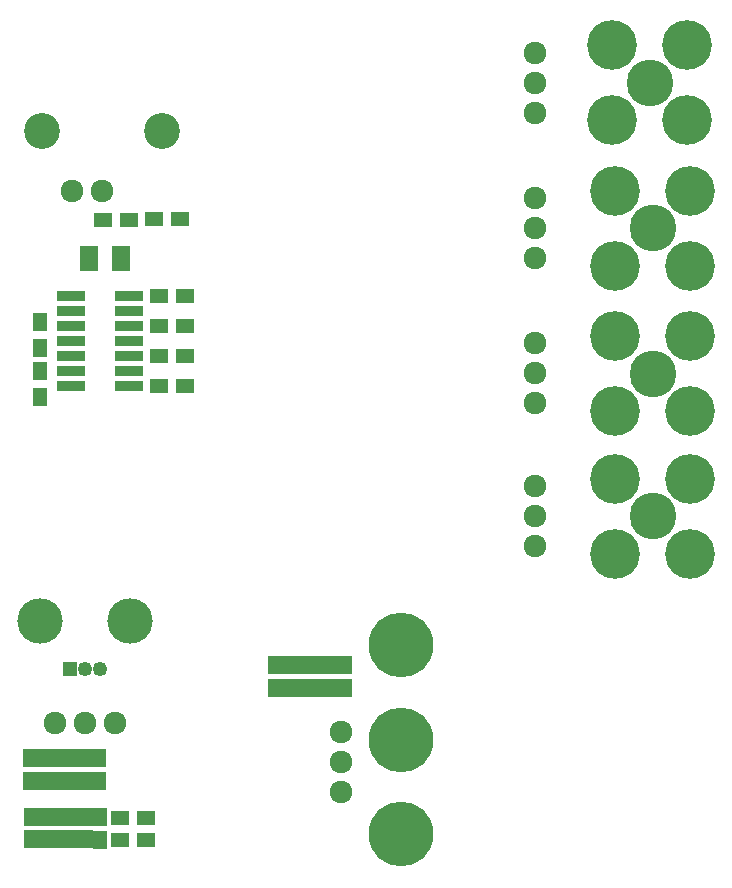
<source format=gbr>
G04 #@! TF.FileFunction,Soldermask,Top*
%FSLAX46Y46*%
G04 Gerber Fmt 4.6, Leading zero omitted, Abs format (unit mm)*
G04 Created by KiCad (PCBNEW 4.0.7) date 04/22/18 16:27:13*
%MOMM*%
%LPD*%
G01*
G04 APERTURE LIST*
%ADD10C,0.100000*%
%ADD11C,5.480000*%
%ADD12C,1.924000*%
%ADD13C,3.850000*%
%ADD14R,1.250000X1.250000*%
%ADD15C,1.250000*%
%ADD16R,1.150000X1.600000*%
%ADD17R,1.600000X1.300000*%
%ADD18C,3.041600*%
%ADD19R,1.300000X1.600000*%
%ADD20R,2.381200X0.958800*%
%ADD21R,1.568400X0.654000*%
%ADD22C,4.210000*%
%ADD23C,3.956000*%
G04 APERTURE END LIST*
D10*
D11*
X142748000Y-167261000D03*
X142748000Y-175260000D03*
X142748000Y-183261000D03*
D12*
X137703560Y-174594520D03*
X137703560Y-177134520D03*
X137703560Y-179674520D03*
X118567200Y-173812200D03*
X116027200Y-173812200D03*
X113487200Y-173812200D03*
D13*
X119837200Y-165176200D03*
X112217200Y-165176200D03*
D14*
X114757200Y-169265600D03*
D15*
X116007200Y-169265600D03*
X117257200Y-169265600D03*
D16*
X112631220Y-183680140D03*
X112631220Y-181780140D03*
X112552480Y-176816980D03*
X112552480Y-178716980D03*
X133324600Y-170825200D03*
X133324600Y-168925200D03*
X114968020Y-183680140D03*
X114968020Y-181780140D03*
X111384080Y-176816980D03*
X111384080Y-178716980D03*
X134493000Y-170825200D03*
X134493000Y-168925200D03*
X113799620Y-183680140D03*
X113799620Y-181780140D03*
X117200680Y-176816980D03*
X117200680Y-178716980D03*
X135661400Y-170825200D03*
X135661400Y-168925200D03*
X117304820Y-183705540D03*
X117304820Y-181805540D03*
X113720880Y-176816980D03*
X113720880Y-178716980D03*
X136829800Y-170825200D03*
X136829800Y-168925200D03*
X116136420Y-183680140D03*
X116136420Y-181780140D03*
X114863880Y-176816980D03*
X114863880Y-178716980D03*
X138023600Y-170825200D03*
X138023600Y-168925200D03*
X111462820Y-183680140D03*
X111462820Y-181780140D03*
X116032280Y-176816980D03*
X116032280Y-178716980D03*
X132130800Y-170850600D03*
X132130800Y-168950600D03*
D17*
X118945300Y-181864000D03*
X121145300Y-181864000D03*
D12*
X117475000Y-128778000D03*
X114935000Y-128778000D03*
D18*
X112395000Y-123698000D03*
X122555000Y-123698000D03*
D17*
X122255100Y-145249900D03*
X124455100Y-145249900D03*
X122255100Y-142709900D03*
X124455100Y-142709900D03*
X122255100Y-140169900D03*
X124455100Y-140169900D03*
X122255100Y-137629900D03*
X124455100Y-137629900D03*
X121145300Y-183743600D03*
X118945300Y-183743600D03*
X124091880Y-131150360D03*
X121891880Y-131150360D03*
D19*
X112179100Y-146222900D03*
X112179100Y-144022900D03*
X112179100Y-142031900D03*
X112179100Y-139831900D03*
D17*
X119743400Y-131216400D03*
X117543400Y-131216400D03*
D20*
X119722900Y-145249900D03*
X119722900Y-143979900D03*
X119722900Y-142709900D03*
X119722900Y-141439900D03*
X119722900Y-140169900D03*
X119722900Y-138899900D03*
X119722900Y-137629900D03*
X114795300Y-137629900D03*
X114795300Y-138899900D03*
X114795300Y-140169900D03*
X114795300Y-141439900D03*
X114795300Y-142709900D03*
X114795300Y-143979900D03*
X114795300Y-145249900D03*
D21*
X119062500Y-135243001D03*
X119062500Y-134743000D03*
X119062500Y-134243000D03*
X119062500Y-133742999D03*
X116319300Y-133742999D03*
X116319300Y-134243000D03*
X116319300Y-134743000D03*
X116319300Y-135243001D03*
D22*
X160909000Y-128778000D03*
D23*
X164084000Y-131953000D03*
D22*
X167259000Y-128778000D03*
X160909000Y-135128000D03*
X167259000Y-135128000D03*
X160909000Y-141097000D03*
D23*
X164084000Y-144272000D03*
D22*
X167259000Y-141097000D03*
X160909000Y-147447000D03*
X167259000Y-147447000D03*
X160909000Y-153162000D03*
D23*
X164084000Y-156337000D03*
D22*
X167259000Y-153162000D03*
X160909000Y-159512000D03*
X167259000Y-159512000D03*
X160655000Y-116459000D03*
D23*
X163830000Y-119634000D03*
D22*
X167005000Y-116459000D03*
X160655000Y-122809000D03*
X167005000Y-122809000D03*
D12*
X154114500Y-122174000D03*
X154114500Y-119634000D03*
X154114500Y-117094000D03*
X154114500Y-134493000D03*
X154114500Y-131953000D03*
X154114500Y-129413000D03*
X154114500Y-146748500D03*
X154114500Y-144208500D03*
X154114500Y-141668500D03*
X154114500Y-158813500D03*
X154114500Y-156273500D03*
X154114500Y-153733500D03*
M02*

</source>
